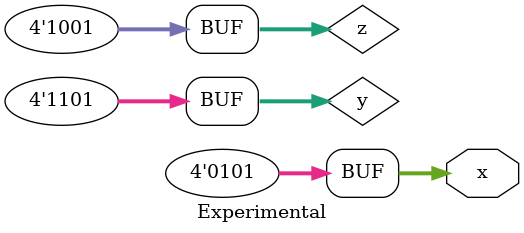
<source format=v>
module Experimental(output [3:0] x);
wire signed [3:0] y,z;
assign y=4'b1101;
assign z=4'b1001;
assign x=y*z;
endmodule 


</source>
